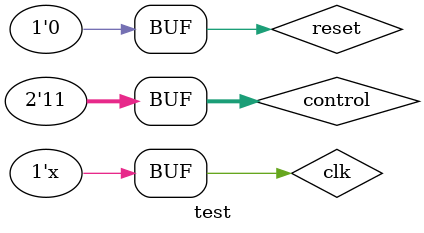
<source format=v>
`timescale 1ns / 1ps


module test;

	// Inputs
	reg [1:0] control;
	reg clk;
	reg reset;

	// Outputs
	wire q;

	// Instantiate the Unit Under Test (UUT)
	DIVIDE_4F uut (
		.control(control), 
		.clk(clk), 
		.reset(reset), 
		.q(q)
	);
always
	begin
		clk=~clk;
		#10;
	end
	initial begin
		// Initialize Inputs
		clk = 0;
		reset = 0;
		#10;
		reset = 1;
		#10;
		reset = 0;

		// Wait 100 ns for global reset to finish
		#10;
		control = 0;
		#10000;
		control = 1;
		#10000;
		control = 2;
		#10000;
		control = 3;
		#10000;
        
		// Add stimulus here
	end
      
endmodule


</source>
